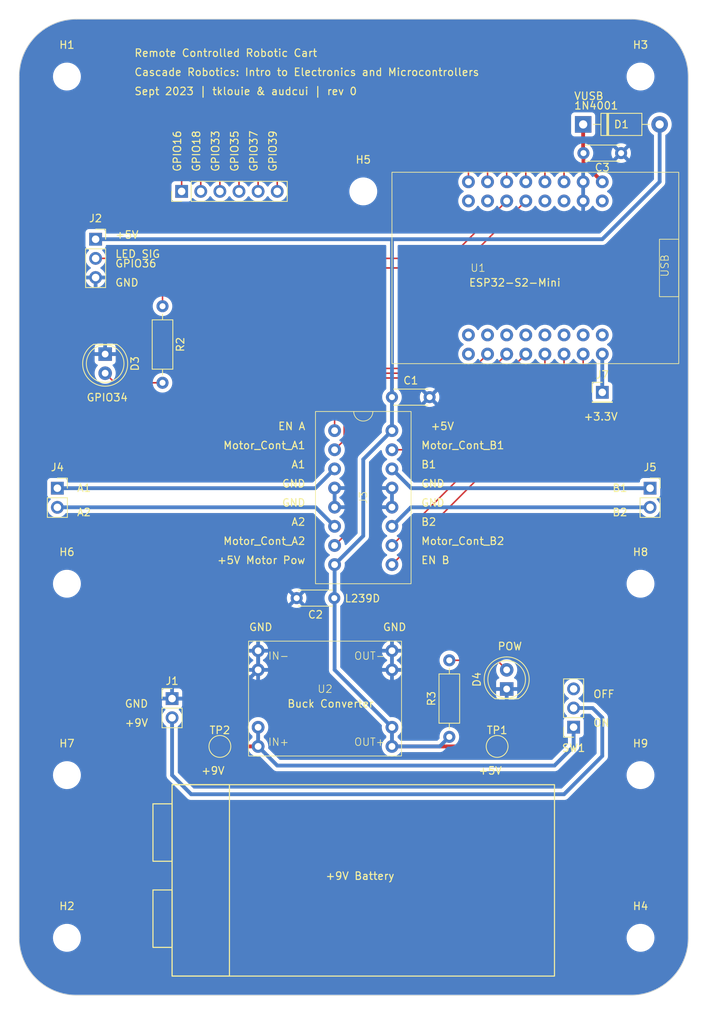
<source format=kicad_pcb>
(kicad_pcb (version 20221018) (generator pcbnew)
  (layers (0 "F.Cu" signal) (31 "B.Cu" signal) (34 "B.Paste" user) (35 "F.Paste" user) (36 "B.SilkS" user "B.Silkscreen") (37 "F.SilkS" user "F.Silkscreen") (38 "B.Mask" user) (39 "F.Mask" user) (44 "Edge.Cuts" user))
  (net 0 "")
  (net 1 "/VUSB")
  (net 2 "+5V")
  (net 3 "GND")
  (net 4 "Net-(D3-A)")
  (net 5 "Net-(D4-A)")
  (net 6 "Net-(J1-Pin_2)")
  (net 7 "/LED_CONT")
  (net 8 "/MOT_CONT_A1")
  (net 9 "/A1")
  (net 10 "/A2")
  (net 11 "/MOT_CONT_A2")
  (net 12 "/MOT_CONT_B2")
  (net 13 "/B2")
  (net 14 "/B1")
  (net 15 "/MOT_CONT_B1")
  (net 16 "/LED_IND")
  (net 17 "Net-(SW1-A)")
  (net 20 "Net-(J7-Pin_1)")
  (net 28 "/EN_B")
  (net 29 "/EN_A")
  (net 30 "Net-(J6-Pin_1)")
  (net 31 "Net-(J6-Pin_2)")
  (net 32 "Net-(J6-Pin_3)")
  (net 33 "Net-(J6-Pin_4)")
  (net 34 "Net-(J6-Pin_5)")
  (net 35 "Net-(J6-Pin_6)")
  (footprint "MountingHole:MountingHole_3.2mm_M3" (layer "F.Cu") (at 72.39 45.72)
    (fp_text reference "H1" (at 0 -4.2) (layer "F.SilkS"))
    (fp_text value "MountingHole")
    (pad "" np_thru_hole circle (at 0 0) (size 3.2 3.2) (drill 3.2) (layers "*.Cu" "*.Mask"))
  )
  (footprint "Capacitor_THT:C_Disc_D4.3mm_W1.9mm_P5.00mm" (layer "F.Cu") (at 141.01 55.88)
    (fp_text reference "C3" (at 2.5 1.905) (layer "F.SilkS"))
    (fp_text value "0.1uf")
    (fp_line (start 0.23 -1.07) (end 0.23 -1.055) (stroke (width 0.12)) (layer "F.SilkS"))
    (fp_line (start 0.23 -1.07) (end 4.77 -1.07) (stroke (width 0.12)) (layer "F.SilkS"))
    (fp_line (start 0.23 1.055) (end 0.23 1.07) (stroke (width 0.12)) (layer "F.SilkS"))
    (fp_line (start 0.23 1.07) (end 4.77 1.07) (stroke (width 0.12)) (layer "F.SilkS"))
    (fp_line (start 4.77 -1.07) (end 4.77 -1.055) (stroke (width 0.12)) (layer "F.SilkS"))
    (fp_line (start 4.77 1.055) (end 4.77 1.07) (stroke (width 0.12)) (layer "F.SilkS"))
    (pad "1" thru_hole circle (at 0 0) (size 1.6 1.6) (drill 0.8) (layers "*.Cu" "*.Mask") (net 1 "/VUSB"))
    (pad "2" thru_hole circle (at 5 0) (size 1.6 1.6) (drill 0.8) (layers "*.Cu" "*.Mask") (net 3 "GND"))
  )
  (footprint "Connector_PinHeader_2.54mm:PinHeader_1x01_P2.54mm_Vertical" (layer "F.Cu") (at 143.51 87.63)
    (fp_text reference "J7" (at 0 -2.33) (layer "F.SilkS"))
    (fp_text value "Conn_01x01_Pin")
    (fp_line (start -1.33 -1.33) (end 0 -1.33) (stroke (width 0.12)) (layer "F.SilkS"))
    (fp_line (start -1.33 0) (end -1.33 -1.33) (stroke (width 0.12)) (layer "F.SilkS"))
    (fp_line (start -1.33 1.27) (end -1.33 1.33) (stroke (width 0.12)) (layer "F.SilkS"))
    (fp_line (start -1.33 1.27) (end 1.33 1.27) (stroke (width 0.12)) (layer "F.SilkS"))
    (fp_line (start -1.33 1.33) (end 1.33 1.33) (stroke (width 0.12)) (layer "F.SilkS"))
    (fp_line (start 1.33 1.27) (end 1.33 1.33) (stroke (width 0.12)) (layer "F.SilkS"))
    (pad "1" thru_hole rect (at 0 0) (size 1.7 1.7) (drill 1) (layers "*.Cu" "*.Mask") (net 20 "Net-(J7-Pin_1)"))
  )
  (footprint "MountingHole:MountingHole_3.2mm_M3" (layer "F.Cu") (at 72.39 160.02)
    (fp_text reference "H2" (at 0 -4.2) (layer "F.SilkS"))
    (fp_text value "MountingHole")
    (pad "" np_thru_hole circle (at 0 0) (size 3.2 3.2) (drill 3.2) (layers "*.Cu" "*.Mask"))
  )
  (footprint "LED_THT:LED_D5.0mm" (layer "F.Cu") (at 77.47 82.55 -90)
    (fp_text reference "D3" (at 1.27 -3.96 90) (layer "F.SilkS"))
    (fp_text value "LED")
    (fp_line (start -1.29 -1.545) (end -1.29 1.545) (stroke (width 0.12)) (layer "F.SilkS"))
    (fp_arc (start -1.29 -1.54483) (mid 2.072002 -2.880433) (end 4.26 0.000462) (stroke (width 0.12)) (layer "F.SilkS"))
    (fp_arc (start 4.26 -0.000462) (mid 2.072002 2.880433) (end -1.29 1.54483) (stroke (width 0.12)) (layer "F.SilkS"))
    (fp_circle (center 1.27 0) (end 3.77 0) (stroke (width 0.12)) (fill none) (layer "F.SilkS"))
    (pad "1" thru_hole rect (at 0 0 270) (size 1.8 1.8) (drill 0.9) (layers "*.Cu" "*.Mask") (net 3 "GND"))
    (pad "2" thru_hole circle (at 2.54 0 270) (size 1.8 1.8) (drill 0.9) (layers "*.Cu" "*.Mask") (net 4 "Net-(D3-A)"))
  )
  (footprint "tklouie_custom:16-DIP Package" (layer "F.Cu") (at 107.95 110.49)
    (fp_text reference "J3" (at 3.81 -8.89 90 unlocked) (layer "F.SilkS") (effects (font (thickness 0.1))))
    (fp_text value "Conn_02x08_Counter_Clockwise")
    (fp_rect (start -2.54 -20.32) (end 10.16 2.54) (stroke (width 0.1)) (fill none) (layer "F.SilkS"))
    (fp_arc (start 5.08 -20.32) (mid 3.81 -19.05) (end 2.54 -20.32) (stroke (width 0.1)) (layer "F.SilkS"))
    (pad "1" thru_hole oval (at 0 -17.78) (size 1.7 1.7) (drill 0.9) (layers "*.Cu" "*.Mask") (net 29 "/EN_A"))
    (pad "2" thru_hole oval (at 0 -15.24) (size 1.7 1.7) (drill 0.9) (layers "*.Cu" "*.Mask") (net 8 "/MOT_CONT_A1"))
    (pad "3" thru_hole oval (at 0 -12.7) (size 1.7 1.7) (drill 0.9) (layers "*.Cu" "*.Mask") (net 9 "/A1"))
    (pad "4" thru_hole oval (at 0 -10.16) (size 1.7 1.7) (drill 0.9) (layers "*.Cu" "*.Mask") (net 3 "GND"))
    (pad "5" thru_hole oval (at 0 -7.62) (size 1.7 1.7) (drill 0.9) (layers "*.Cu" "*.Mask") (net 3 "GND"))
    (pad "6" thru_hole oval (at 0 -5.08) (size 1.7 1.7) (drill 0.9) (layers "*.Cu" "*.Mask") (net 10 "/A2"))
    (pad "7" thru_hole oval (at 0 -2.54) (size 1.7 1.7) (drill 0.9) (layers "*.Cu" "*.Mask") (net 11 "/MOT_CONT_A2"))
    (pad "8" thru_hole oval (at 0 0) (size 1.7 1.7) (drill 0.9) (layers "*.Cu" "*.Mask") (net 2 "+5V"))
    (pad "9" thru_hole oval (at 7.62 0) (size 1.7 1.7) (drill 0.9) (layers "*.Cu" "*.Mask") (net 28 "/EN_B"))
    (pad "10" thru_hole oval (at 7.62 -2.54) (size 1.7 1.7) (drill 0.9) (layers "*.Cu" "*.Mask") (net 12 "/MOT_CONT_B2"))
    (pad "11" thru_hole oval (at 7.62 -5.08) (size 1.7 1.7) (drill 0.9) (layers "*.Cu" "*.Mask") (net 13 "/B2"))
    (pad "12" thru_hole oval (at 7.62 -7.62) (size 1.7 1.7) (drill 0.9) (layers "*.Cu" "*.Mask") (net 3 "GND"))
    (pad "13" thru_hole oval (at 7.62 -10.16) (size 1.7 1.7) (drill 0.9) (layers "*.Cu" "*.Mask") (net 3 "GND"))
    (pad "14" thru_hole oval (at 7.62 -12.7) (size 1.7 1.7) (drill 0.9) (layers "*.Cu" "*.Mask") (net 14 "/B1"))
    (pad "15" thru_hole oval (at 7.62 -15.24) (size 1.7 1.7) (drill 0.9) (layers "*.Cu" "*.Mask") (net 15 "/MOT_CONT_B1"))
    (pad "16" thru_hole oval (at 7.62 -17.78) (size 1.7 1.7) (drill 0.9) (layers "*.Cu" "*.Mask") (net 2 "+5V"))
  )
  (footprint "MountingHole:MountingHole_3.2mm_M3" (layer "F.Cu") (at 148.59 113.03)
    (fp_text reference "H8" (at 0 -4.2) (layer "F.SilkS"))
    (fp_text value "MountingHole")
    (pad "" np_thru_hole circle (at 0 0) (size 3.2 3.2) (drill 3.2) (layers "*.Cu" "*.Mask"))
  )
  (footprint "tklouie_custom:esp32-s2-mini" (layer "F.Cu") (at 143.51 82.55 90)
    (fp_text reference "U1" (at 11.43 -16.51 unlocked) (layer "F.SilkS") (effects (font (thickness 0.1))))
    (fp_text value "~")
    (fp_text user "USB" (at 10.16 8.89 90 unlocked) (layer "F.SilkS") (effects (font (thickness 0.1)) (justify left bottom)))
    (fp_rect (start -1.27 -27.94) (end 24.13 10.16) (stroke (width 0.1)) (fill none) (layer "F.SilkS"))
    (fp_rect (start 7.62 7.5946) (end 15.24 10.16) (stroke (width 0.1)) (fill none) (layer "F.SilkS"))
    (pad "1" thru_hole oval (at 0 -17.78 90) (size 1.7 1.7) (drill 0.9) (layers "*.Cu" "*.Mask"))
    (pad "2" thru_hole oval (at 0 -15.24 90) (size 1.7 1.7) (drill 0.9) (layers "*.Cu" "*.Mask") (net 29 "/EN_A"))
    (pad "3" thru_hole oval (at 0 -12.7 90) (size 1.7 1.7) (drill 0.9) (layers "*.Cu" "*.Mask") (net 8 "/MOT_CONT_A1"))
    (pad "4" thru_hole oval (at 0 -10.16 90) (size 1.7 1.7) (drill 0.9) (layers "*.Cu" "*.Mask") (net 11 "/MOT_CONT_A2"))
    (pad "5" thru_hole oval (at 0 -7.62 90) (size 1.7 1.7) (drill 0.9) (layers "*.Cu" "*.Mask") (net 15 "/MOT_CONT_B1"))
    (pad "6" thru_hole oval (at 0 -5.08 90) (size 1.7 1.7) (drill 0.9) (layers "*.Cu" "*.Mask") (net 12 "/MOT_CONT_B2"))
    (pad "7" thru_hole oval (at 0 -2.54 90) (size 1.7 1.7) (drill 0.9) (layers "*.Cu" "*.Mask") (net 28 "/EN_B"))
    (pad "8" thru_hole oval (at 0 0 90) (size 1.7 1.7) (drill 0.9) (layers "*.Cu" "*.Mask") (net 20 "Net-(J7-Pin_1)"))
    (pad "9" thru_hole oval (at 2.54 -17.78 90) (size 1.7 1.7) (drill 0.9) (layers "*.Cu" "*.Mask"))
    (pad "10" thru_hole oval (at 2.54 -15.24 90) (size 1.7 1.7) (drill 0.9) (layers "*.Cu" "*.Mask"))
    (pad "11" thru_hole oval (at 2.54 -12.7 90) (size 1.7 1.7) (drill 0.9) (layers "*.Cu" "*.Mask"))
    (pad "12" thru_hole oval (at 2.54 -10.16 90) (size 1.7 1.7) (drill 0.9) (layers "*.Cu" "*.Mask"))
    (pad "13" thru_hole oval (at 2.54 -7.62 90) (size 1.7 1.7) (drill 0.9) (layers "*.Cu" "*.Mask"))
    (pad "14" thru_hole oval (at 2.54 -5.08 90) (size 1.7 1.7) (drill 0.9) (layers "*.Cu" "*.Mask"))
    (pad "15" thru_hole oval (at 2.54 -2.54 90) (size 1.7 1.7) (drill 0.9) (layers "*.Cu" "*.Mask"))
    (pad "16" thru_hole oval (at 2.54 0 90) (size 1.7 1.7) (drill 0.9) (layers "*.Cu" "*.Mask"))
    (pad "17" thru_hole oval (at 20.32 -17.78 90) (size 1.7 1.7) (drill 0.9) (layers "*.Cu" "*.Mask"))
    (pad "18" thru_hole oval (at 20.32 -15.24 90) (size 1.7 1.7) (drill 0.9) (layers "*.Cu" "*.Mask"))
    (pad "19" thru_hole oval (at 20.32 -12.7 90) (size 1.7 1.7) (drill 0.9) (layers "*.Cu" "*.Mask") (net 7 "/LED_CONT"))
    (pad "20" thru_hole oval (at 20.32 -10.16 90) (size 1.7 1.7) (drill 0.9) (layers "*.Cu" "*.Mask") (net 16 "/LED_IND"))
    (pad "21" thru_hole oval (at 20.32 -7.62 90) (size 1.7 1.7) (drill 0.9) (layers "*.Cu" "*.Mask"))
    (pad "22" thru_hole oval (at 20.32 -5.08 90) (size 1.7 1.7) (drill 0.9) (layers "*.Cu" "*.Mask"))
    (pad "23" thru_hole oval (at 20.32 -2.54 90) (size 1.7 1.7) (drill 0.9) (layers "*.Cu" "*.Mask") (net 3 "GND"))
    (pad "24" thru_hole oval (at 20.32 0 90) (size 1.7 1.7) (drill 0.9) (layers "*.Cu" "*.Mask"))
    (pad "25" thru_hole oval (at 22.86 -17.78 90) (size 1.7 1.7) (drill 0.9) (layers "*.Cu" "*.Mask") (net 35 "Net-(J6-Pin_6)"))
    (pad "26" thru_hole oval (at 22.86 -15.24 90) (size 1.7 1.7) (drill 0.9) (layers "*.Cu" "*.Mask") (net 34 "Net-(J6-Pin_5)"))
    (pad "27" thru_hole oval (at 22.86 -12.7 90) (size 1.7 1.7) (drill 0.9) (layers "*.Cu" "*.Mask") (net 33 "Net-(J6-Pin_4)"))
    (pad "28" thru_hole oval (at 22.86 -10.16 90) (size 1.7 1.7) (drill 0.9) (layers "*.Cu" "*.Mask") (net 32 "Net-(J6-Pin_3)"))
    (pad "29" thru_hole oval (at 22.86 -7.62 90) (size 1.7 1.7) (drill 0.9) (layers "*.Cu" "*.Mask") (net 31 "Net-(J6-Pin_2)"))
    (pad "30" thru_hole oval (at 22.86 -5.08 90) (size 1.7 1.7) (drill 0.9) (layers "*.Cu" "*.Mask") (net 30 "Net-(J6-Pin_1)"))
    (pad "31" thru_hole oval (at 22.86 -2.54 90) (size 1.7 1.7) (drill 0.9) (layers "*.Cu" "*.Mask") (net 3 "GND"))
    (pad "32" thru_hole oval (at 22.86 0 90) (size 1.7 1.7) (drill 0.9) (layers "*.Cu" "*.Mask") (net 1 "/VUSB"))
  )
  (footprint "Connector_PinSocket_2.54mm:PinSocket_1x02_P2.54mm_Vertical" (layer "F.Cu") (at 149.86 100.35)
    (fp_text reference "J5" (at 0 -2.77) (layer "F.SilkS"))
    (fp_text value "Conn_01x02_Pin")
    (fp_line (start -1.33 1.27) (end -1.33 3.87) (stroke (width 0.12)) (layer "F.SilkS"))
    (fp_line (start -1.33 1.27) (end 1.33 1.27) (stroke (width 0.12)) (layer "F.SilkS"))
    (fp_line (start -1.33 3.87) (end 1.33 3.87) (stroke (width 0.12)) (layer "F.SilkS"))
    (fp_line (start 0 -1.33) (end 1.33 -1.33) (stroke (width 0.12)) (layer "F.SilkS"))
    (fp_line (start 1.33 -1.33) (end 1.33 0) (stroke (width 0.12)) (layer "F.SilkS"))
    (fp_line (start 1.33 1.27) (end 1.33 3.87) (stroke (width 0.12)) (layer "F.SilkS"))
    (pad "1" thru_hole rect (at 0 0) (size 1.7 1.7) (drill 1) (layers "*.Cu" "*.Mask") (net 14 "/B1"))
    (pad "2" thru_hole oval (at 0 2.54) (size 1.7 1.7) (drill 1) (layers "*.Cu" "*.Mask") (net 13 "/B2"))
  )
  (footprint "MountingHole:MountingHole_3.2mm_M3" (layer "F.Cu") (at 148.59 45.72)
    (fp_text reference "H3" (at 0 -4.2) (layer "F.SilkS"))
    (fp_text value "MountingHole")
    (pad "" np_thru_hole circle (at 0 0) (size 3.2 3.2) (drill 3.2) (layers "*.Cu" "*.Mask"))
  )
  (footprint "Connector_PinSocket_2.54mm:PinSocket_1x03_P2.54mm_Vertical" (layer "F.Cu") (at 139.7 132.065 180)
    (fp_text reference "SW1" (at 0 -2.77 180) (layer "F.SilkS"))
    (fp_text value "SW_SPDT")
    (fp_line (start -1.33 1.27) (end -1.33 6.41) (stroke (width 0.12)) (layer "F.SilkS"))
    (fp_line (start -1.33 1.27) (end 1.33 1.27) (stroke (width 0.12)) (layer "F.SilkS"))
    (fp_line (start -1.33 6.41) (end 1.33 6.41) (stroke (width 0.12)) (layer "F.SilkS"))
    (fp_line (start 0 -1.33) (end 1.33 -1.33) (stroke (width 0.12)) (layer "F.SilkS"))
    (fp_line (start 1.33 -1.33) (end 1.33 0) (stroke (width 0.12)) (layer "F.SilkS"))
    (fp_line (start 1.33 1.27) (end 1.33 6.41) (stroke (width 0.12)) (layer "F.SilkS"))
    (pad "1" thru_hole rect (at 0 0 180) (size 1.7 1.7) (drill 1) (layers "*.Cu" "*.Mask") (net 17 "Net-(SW1-A)"))
    (pad "2" thru_hole oval (at 0 2.54 180) (size 1.7 1.7) (drill 1) (layers "*.Cu" "*.Mask") (net 6 "Net-(J1-Pin_2)"))
    (pad "3" thru_hole oval (at 0 5.08 180) (size 1.7 1.7) (drill 1) (layers "*.Cu" "*.Mask"))
  )
  (footprint "TestPoint:TestPoint_Pad_D2.5mm" (layer "F.Cu") (at 92.71 134.62)
    (fp_text reference "TP2" (at 0 -2.148) (layer "F.SilkS"))
    (fp_text value "TestPoint")
    (fp_circle (center 0 0) (end 0 1.45) (stroke (width 0.12)) (fill none) (layer "F.SilkS"))
    (pad "1" smd circle (at 0 0) (size 2.5 2.5) (layers "F.Cu" "F.Mask") (net 17 "Net-(SW1-A)"))
  )
  (footprint "TestPoint:TestPoint_Pad_D2.5mm" (layer "F.Cu") (at 129.54 134.62)
    (fp_text reference "TP1" (at 0 -2.148) (layer "F.SilkS"))
    (fp_text value "TestPoint")
    (fp_circle (center 0 0) (end 0 1.45) (stroke (width 0.12)) (fill none) (layer "F.SilkS"))
    (pad "1" smd circle (at 0 0) (size 2.5 2.5) (layers "F.Cu" "F.Mask") (net 2 "+5V"))
  )
  (footprint "Resistor_THT:R_Axial_DIN0207_L6.3mm_D2.5mm_P10.16mm_Horizontal" (layer "F.Cu") (at 85.09 76.2 -90)
    (fp_text reference "R2" (at 5.08 -2.37 90) (layer "F.SilkS"))
    (fp_text value "R_US")
    (fp_line (start 1.04 0) (end 1.81 0) (stroke (width 0.12)) (layer "F.SilkS"))
    (fp_line (start 1.81 -1.37) (end 1.81 1.37) (stroke (width 0.12)) (layer "F.SilkS"))
    (fp_line (start 1.81 1.37) (end 8.35 1.37) (stroke (width 0.12)) (layer "F.SilkS"))
    (fp_line (start 8.35 -1.37) (end 1.81 -1.37) (stroke (width 0.12)) (layer "F.SilkS"))
    (fp_line (start 8.35 1.37) (end 8.35 -1.37) (stroke (width 0.12)) (layer "F.SilkS"))
    (fp_line (start 9.12 0) (end 8.35 0) (stroke (width 0.12)) (layer "F.SilkS"))
    (pad "1" thru_hole circle (at 0 0 270) (size 1.6 1.6) (drill 0.8) (layers "*.Cu" "*.Mask") (net 16 "/LED_IND"))
    (pad "2" thru_hole oval (at 10.16 0 270) (size 1.6 1.6) (drill 0.8) (layers "*.Cu" "*.Mask") (net 4 "Net-(D3-A)"))
  )
  (footprint "MountingHole:MountingHole_3.2mm_M3" (layer "F.Cu") (at 72.39 113.03)
    (fp_text reference "H6" (at 0 -4.2) (layer "F.SilkS"))
    (fp_text value "MountingHole")
    (pad "" np_thru_hole circle (at 0 0) (size 3.2 3.2) (drill 3.2) (layers "*.Cu" "*.Mask"))
  )
  (footprint "Connector_PinHeader_2.54mm:PinHeader_1x06_P2.54mm_Vertical" (layer "F.Cu") (at 87.63 60.96 90)
    (fp_text reference "J6" hide)
    (fp_text value "Conn_01x06_Pin")
    (fp_line (start -1.33 -1.33) (end 0 -1.33) (stroke (width 0.12)) (layer "F.SilkS"))
    (fp_line (start -1.33 0) (end -1.33 -1.33) (stroke (width 0.12)) (layer "F.SilkS"))
    (fp_line (start -1.33 1.27) (end -1.33 14.03) (stroke (width 0.12)) (layer "F.SilkS"))
    (fp_line (start -1.33 1.27) (end 1.33 1.27) (stroke (width 0.12)) (layer "F.SilkS"))
    (fp_line (start -1.33 14.03) (end 1.33 14.03) (stroke (width 0.12)) (layer "F.SilkS"))
    (fp_line (start 1.33 1.27) (end 1.33 14.03) (stroke (width 0.12)) (layer "F.SilkS"))
    (pad "1" thru_hole rect (at 0 0 90) (size 1.7 1.7) (drill 1) (layers "*.Cu" "*.Mask") (net 30 "Net-(J6-Pin_1)"))
    (pad "2" thru_hole oval (at 0 2.54 90) (size 1.7 1.7) (drill 1) (layers "*.Cu" "*.Mask") (net 31 "Net-(J6-Pin_2)"))
    (pad "3" thru_hole oval (at 0 5.08 90) (size 1.7 1.7) (drill 1) (layers "*.Cu" "*.Mask") (net 32 "Net-(J6-Pin_3)"))
    (pad "4" thru_hole oval (at 0 7.62 90) (size 1.7 1.7) (drill 1) (layers "*.Cu" "*.Mask") (net 33 "Net-(J6-Pin_4)"))
    (pad "5" thru_hole oval (at 0 10.16 90) (size 1.7 1.7) (drill 1) (layers "*.Cu" "*.Mask") (net 34 "Net-(J6-Pin_5)"))
    (pad "6" thru_hole oval (at 0 12.7 90) (size 1.7 1.7) (drill 1) (layers "*.Cu" "*.Mask") (net 35 "Net-(J6-Pin_6)"))
  )
  (footprint "Diode_THT:D_DO-41_SOD81_P10.16mm_Horizontal" (layer "F.Cu") (at 140.97 52.07)
    (fp_text reference "D1" (at 5.08 0) (layer "F.SilkS"))
    (fp_text value "1N4001")
    (fp_line (start 1.34 0) (end 2.36 0) (stroke (width 0.12)) (layer "F.SilkS"))
    (fp_line (start 2.36 -1.47) (end 2.36 1.47) (stroke (width 0.12)) (layer "F.SilkS"))
    (fp_line (start 2.36 1.47) (end 7.8 1.47) (stroke (width 0.12)) (layer "F.SilkS"))
    (fp_line (start 3.14 -1.47) (end 3.14 1.47) (stroke (width 0.12)) (layer "F.SilkS"))
    (fp_line (start 3.26 -1.47) (end 3.26 1.47) (stroke (width 0.12)) (layer "F.SilkS"))
    (fp_line (start 3.38 -1.47) (end 3.38 1.47) (stroke (width 0.12)) (layer "F.SilkS"))
    (fp_line (start 7.8 -1.47) (end 2.36 -1.47) (stroke (width 0.12)) (layer "F.SilkS"))
    (fp_line (start 7.8 1.47) (end 7.8 -1.47) (stroke (width 0.12)) (layer "F.SilkS"))
    (fp_line (start 8.82 0) (end 7.8 0) (stroke (width 0.12)) (layer "F.SilkS"))
    (pad "1" thru_hole rect (at 0 0) (size 2.2 2.2) (drill 1.1) (layers "*.Cu" "*.Mask") (net 1 "/VUSB"))
    (pad "2" thru_hole oval (at 10.16 0) (size 2.2 2.2) (drill 1.1) (layers "*.Cu" "*.Mask") (net 2 "+5V"))
  )
  (footprint "Resistor_THT:R_Axial_DIN0207_L6.3mm_D2.5mm_P10.16mm_Horizontal" (layer "F.Cu") (at 123.19 133.35 90)
    (fp_text reference "R3" (at 5.08 -2.37 90) (layer "F.SilkS"))
    (fp_text value "R_US")
    (fp_line (start 1.04 0) (end 1.81 0) (stroke (width 0.12)) (layer "F.SilkS"))
    (fp_line (start 1.81 -1.37) (end 1.81 1.37) (stroke (width 0.12)) (layer "F.SilkS"))
    (fp_line (start 1.81 1.37) (end 8.35 1.37) (stroke (width 0.12)) (layer "F.SilkS"))
    (fp_line (start 8.35 -1.37) (end 1.81 -1.37) (stroke (width 0.12)) (layer "F.SilkS"))
    (fp_line (start 8.35 1.37) (end 8.35 -1.37) (stroke (width 0.12)) (layer "F.SilkS"))
    (fp_line (start 9.12 0) (end 8.35 0) (stroke (width 0.12)) (layer "F.SilkS"))
    (pad "1" thru_hole circle (at 0 0 90) (size 1.6 1.6) (drill 0.8) (layers "*.Cu" "*.Mask") (net 2 "+5V"))
    (pad "2" thru_hole oval (at 10.16 0 90) (size 1.6 1.6) (drill 0.8) (layers "*.Cu" "*.Mask") (net 5 "Net-(D4-A)"))
  )
  (footprint "MountingHole:MountingHole_3.2mm_M3" (layer "F.Cu") (at 72.39 138.43)
    (fp_text reference "H7" (at 0 -4.2) (layer "F.SilkS"))
    (fp_text value "MountingHole")
    (pad "" np_thru_hole circle (at 0 0) (size 3.2 3.2) (drill 3.2) (layers "*.Cu" "*.Mask"))
  )
  (footprint "MountingHole:MountingHole_3.2mm_M3" (layer "F.Cu") (at 111.76 60.96)
    (fp_text reference "H5" (at 0 -4.2) (layer "F.SilkS"))
    (fp_text value "MountingHole")
    (pad "" np_thru_hole circle (at 0 0) (size 3.2 3.2) (drill 3.2) (layers "*.Cu" "*.Mask"))
  )
  (footprint "tklouie_custom:buck-breakout" (layer "F.Cu") (at 97.79 134.62)
    (fp_text reference "U2" (at 8.89 -7.62 unlocked) (layer "F.SilkS") (effects (font (thickness 0.1))))
    (fp_text value "~")
    (fp_text user "OUT-" (at 12.7 -11.43 unlocked) (layer "F.SilkS") (effects (font (thickness 0.1)) (justify left bottom)))
    (fp_text user "IN+" (at 1.27 0 unlocked) (layer "F.SilkS") (effects (font (thickness 0.1)) (justify left bottom)))
    (fp_text user "OUT+" (at 12.7 0 unlocked) (layer "F.SilkS") (effects (font (thickness 0.1)) (justify left bottom)))
    (fp_text user "IN-" (at 1.27 -11.43 unlocked) (layer "F.SilkS") (effects (font (thickness 0.1)) (justify left bottom)))
    (fp_rect (start -1.27 -13.97) (end 19.05 1.27) (stroke (width 0.1)) (fill none) (layer "F.SilkS"))
    (pad "1" thru_hole oval (at 0 -12.7) (size 1.7 1.7) (drill 0.9) (layers "*.Cu" "*.Mask") (net 3 "GND"))
    (pad "2" thru_hole oval (at 0 -10.16) (size 1.7 1.7) (drill 0.9) (layers "*.Cu" "*.Mask") (net 3 "GND"))
    (pad "3" thru_hole oval (at 0 -2.54) (size 1.7 1.7) (drill 0.9) (layers "*.Cu" "*.Mask") (net 17 "Net-(SW1-A)"))
    (pad "4" thru_hole oval (at 0 0) (size 1.7 1.7) (drill 0.9) (layers "*.Cu" "*.Mask") (net 17 "Net-(SW1-A)"))
    (pad "5" thru_hole oval (at 17.78 0) (size 1.7 1.7) (drill 0.9) (layers "*.Cu" "*.Mask") (net 2 "+5V"))
    (pad "6" thru_hole oval (at 17.78 -2.54) (size 1.7 1.7) (drill 0.9) (layers "*.Cu" "*.Mask") (net 2 "+5V"))
    (pad "7" thru_hole oval (at 17.78 -10.16) (size 1.7 1.7) (drill 0.9) (layers "*.Cu" "*.Mask") (net 3 "GND"))
    (pad "8" thru_hole oval (at 17.78 -12.7) (size 1.7 1.7) (drill 0.9) (layers "*.Cu" "*.Mask") (net 3 "GND"))
  )
  (footprint "MountingHole:MountingHole_3.2mm_M3" (layer "F.Cu") (at 148.59 160.02)
    (fp_text reference "H4" (at 0 -4.2) (layer "F.SilkS"))
    (fp_text value "MountingHole")
    (pad "" np_thru_hole circle (at 0 0) (size 3.2 3.2) (drill 3.2) (layers "*.Cu" "*.Mask"))
  )
  (footprint "Connector_PinHeader_2.54mm:PinHeader_1x02_P2.54mm_Vertical" (layer "F.Cu") (at 86.36 128.27)
    (fp_text reference "J1" (at 0 -2.33) (layer "F.SilkS"))
    (fp_text value "Screw_Terminal_01x02")
    (fp_line (start -1.33 -1.33) (end 0 -1.33) (stroke (width 0.12)) (layer "F.SilkS"))
    (fp_line (start -1.33 0) (end -1.33 -1.33) (stroke (width 0.12)) (layer "F.SilkS"))
    (fp_line (start -1.33 1.27) (end -1.33 3.87) (stroke (width 0.12)) (layer "F.SilkS"))
    (fp_line (start -1.33 1.27) (end 1.33 1.27) (stroke (width 0.12)) (layer "F.SilkS"))
    (fp_line (start -1.33 3.87) (end 1.33 3.87) (stroke (width 0.12)) (layer "F.SilkS"))
    (fp_line (start 1.33 1.27) (end 1.33 3.87) (stroke (width 0.12)) (layer "F.SilkS"))
    (pad "1" thru_hole rect (at 0 0) (size 1.7 1.7) (drill 1) (layers "*.Cu" "*.Mask") (net 3 "GND"))
    (pad "2" thru_hole oval (at 0 2.54) (size 1.7 1.7) (drill 1) (layers "*.Cu" "*.Mask") (net 6 "Net-(J1-Pin_2)"))
  )
  (footprint "MountingHole:MountingHole_3.2mm_M3" (layer "F.Cu") (at 148.59 138.43)
    (fp_text reference "H9" (at 0 -4.2) (layer "F.SilkS"))
    (fp_text value "MountingHole")
    (pad "" np_thru_hole circle (at 0 0) (size 3.2 3.2) (drill 3.2) (layers "*.Cu" "*.Mask"))
  )
  (footprint "LED_THT:LED_D5.0mm" (layer "F.Cu") (at 130.81 127 90)
    (fp_text reference "D4" (at 1.27 -3.96 90) (layer "F.SilkS"))
    (fp_text value "LED")
    (fp_line (start -1.29 -1.545) (end -1.29 1.545) (stroke (width 0.12)) (layer "F.SilkS"))
    (fp_arc (start -1.29 -1.54483) (mid 2.072002 -2.880433) (end 4.26 0.000462) (stroke (width 0.12)) (layer "F.SilkS"))
    (fp_arc (start 4.26 -0.000462) (mid 2.072002 2.880433) (end -1.29 1.54483) (stroke (width 0.12)) (layer "F.SilkS"))
    (fp_circle (center 1.27 0) (end 3.77 0) (stroke (width 0.12)) (fill none) (layer "F.SilkS"))
    (pad "1" thru_hole rect (at 0 0 90) (size 1.8 1.8) (drill 0.9) (layers "*.Cu" "*.Mask") (net 3 "GND"))
    (pad "2" thru_hole circle (at 2.54 0 90) (size 1.8 1.8) (drill 0.9) (layers "*.Cu" "*.Mask") (net 5 "Net-(D4-A)"))
  )
  (footprint "Capacitor_THT:C_Disc_D4.3mm_W1.9mm_P5.00mm" (layer "F.Cu") (at 115.57 88.265)
    (fp_text reference "C1" (at 2.5 -2.2) (layer "F.SilkS"))
    (fp_text value "0.1uf")
    (fp_line (start 0.23 -1.07) (end 0.23 -1.055) (stroke (width 0.12)) (layer "F.SilkS"))
    (fp_line (start 0.23 -1.07) (end 4.77 -1.07) (stroke (width 0.12)) (layer "F.SilkS"))
    (fp_line (start 0.23 1.055) (end 0.23 1.07) (stroke (width 0.12)) (layer "F.SilkS"))
    (fp_line (start 0.23 1.07) (end 4.77 1.07) (stroke (width 0.12)) (layer "F.SilkS"))
    (fp_line (start 4.77 -1.07) (end 4.77 -1.055) (stroke (width 0.12)) (layer "F.SilkS"))
    (fp_line (start 4.77 1.055) (end 4.77 1.07) (stroke (width 0.12)) (layer "F.SilkS"))
    (pad "1" thru_hole circle (at 0 0) (size 1.6 1.6) (drill 0.8) (layers "*.Cu" "*.Mask") (net 2 "+5V"))
    (pad "2" thru_hole circle (at 5 0) (size 1.6 1.6) (drill 0.8) (layers "*.Cu" "*.Mask") (net 3 "GND"))
  )
  (footprint "Connector_PinSocket_2.54mm:PinSocket_1x02_P2.54mm_Vertical" (layer "F.Cu") (at 71.12 100.35)
    (fp_text reference "J4" (at 0 -2.77) (layer "F.SilkS"))
    (fp_text value "Conn_01x02_Pin")
    (fp_line (start -1.33 1.27) (end -1.33 3.87) (stroke (width 0.12)) (layer "F.SilkS"))
    (fp_line (start -1.33 1.27) (end 1.33 1.27) (stroke (width 0.12)) (layer "F.SilkS"))
    (fp_line (start -1.33 3.87) (end 1.33 3.87) (stroke (width 0.12)) (layer "F.SilkS"))
    (fp_line (start 0 -1.33) (end 1.33 -1.33) (stroke (width 0.12)) (layer "F.SilkS"))
    (fp_line (start 1.33 -1.33) (end 1.33 0) (stroke (width 0.12)) (layer "F.SilkS"))
    (fp_line (start 1.33 1.27) (end 1.33 3.87) (stroke (width 0.12)) (layer "F.SilkS"))
    (pad "1" thru_hole rect (at 0 0) (size 1.7 1.7) (drill 1) (layers "*.Cu" "*.Mask") (net 9 "/A1"))
    (pad "2" thru_hole oval (at 0 2.54) (size 1.7 1.7) (drill 1) (layers "*.Cu" "*.Mask") (net 10 "/A2"))
  )
  (footprint "Connector_PinSocket_2.54mm:PinSocket_1x03_P2.54mm_Vertical" (layer "F.Cu") (at 76.2 67.31)
    (fp_text reference "J2" (at 0 -2.77) (layer "F.SilkS"))
    (fp_text value "Conn_01x03_Pin")
    (fp_line (start -1.33 1.27) (end -1.33 6.41) (stroke (width 0.12)) (layer "F.SilkS"))
    (fp_line (start -1.33 1.27) (end 1.33 1.27) (stroke (width 0.12)) (layer "F.SilkS"))
    (fp_line (start -1.33 6.41) (end 1.33 6.41) (stroke (width 0.12)) (layer "F.SilkS"))
    (fp_line (start 0 -1.33) (end 1.33 -1.33) (stroke (width 0.12)) (layer "F.SilkS"))
    (fp_line (start 1.33 -1.33) (end 1.33 0) (stroke (width 0.12)) (layer "F.SilkS"))
    (fp_line (start 1.33 1.27) (end 1.33 6.41) (stroke (width 0.12)) (layer "F.SilkS"))
    (pad "1" thru_hole rect (at 0 0) (size 1.7 1.7) (drill 1) (layers "*.Cu" "*.Mask") (net 2 "+5V"))
    (pad "2" thru_hole oval (at 0 2.54) (size 1.7 1.7) (drill 1) (layers "*.Cu" "*.Mask") (net 7 "/LED_CONT"))
    (pad "3" thru_hole oval (at 0 5.08) (size 1.7 1.7) (drill 1) (layers "*.Cu" "*.Mask") (net 3 "GND"))
  )
  (footprint "Capacitor_THT:C_Disc_D4.3mm_W1.9mm_P5.00mm" (layer "F.Cu") (at 107.91 114.935 180)
    (fp_text reference "C2" (at 2.5 -2.2) (layer "F.SilkS"))
    (fp_text value "0.1uf")
    (fp_line (start 0.23 -1.07) (end 0.23 -1.055) (stroke (width 0.12)) (layer "F.SilkS"))
    (fp_line (start 0.23 -1.07) (end 4.77 -1.07) (stroke (width 0.12)) (layer "F.SilkS"))
    (fp_line (start 0.23 1.055) (end 0.23 1.07) (stroke (width 0.12)) (layer "F.SilkS"))
    (fp_line (start 0.23 1.07) (end 4.77 1.07) (stroke (width 0.12)) (layer "F.SilkS"))
    (fp_line (start 4.77 -1.07) (end 4.77 -1.055) (stroke (width 0.12)) (layer "F.SilkS"))
    (fp_line (start 4.77 1.055) (end 4.77 1.07) (stroke (width 0.12)) (layer "F.SilkS"))
    (pad "1" thru_hole circle (at 0 0 180) (size 1.6 1.6) (drill 0.8) (layers "*.Cu" "*.Mask") (net 2 "+5V"))
    (pad "2" thru_hole circle (at 5 0 180) (size 1.6 1.6) (drill 0.8) (layers "*.Cu" "*.Mask") (net 3 "GND"))
  )
  (gr_rect (start 83.82 142.24) (end 86.36 149.86) (stroke (width 0.15)) (fill none) (layer "F.SilkS"))
  (gr_rect (start 86.36 139.7) (end 137.16 165.1) (stroke (width 0.15)) (fill none) (layer "F.SilkS"))
  (gr_rect (start 86.36 139.7) (end 93.98 165.1) (stroke (width 0.15)) (fill none) (layer "F.SilkS"))
  (gr_rect (start 83.82 153.67) (end 86.36 161.29) (stroke (width 0.15)) (fill none) (layer "F.SilkS"))
  (gr_arc locked (start 73.66 167.64) (mid 68.271846 165.408154) (end 66.04 160.02) (stroke (width 0.1)) (layer "Edge.Cuts"))
  (gr_arc locked (start 147.32 38.1) (mid 152.708154 40.331846) (end 154.94 45.72) (stroke (width 0.1)) (layer "Edge.Cuts"))
  (gr_line locked (start 73.66 38.1) (end 147.32 38.1) (stroke (width 0.1)) (layer "Edge.Cuts"))
  (gr_line locked (start 147.32 167.64) (end 73.66 167.64) (stroke (width 0.1)) (layer "Edge.Cuts"))
  (gr_line locked (start 154.94 45.72) (end 154.94 160.02) (stroke (width 0.1)) (layer "Edge.Cuts"))
  (gr_arc locked (start 66.04 45.72) (mid 68.271846 40.331846) (end 73.66 38.1) (stroke (width 0.1)) (layer "Edge.Cuts"))
  (gr_arc locked (start 154.94 160.02) (mid 152.708154 165.408154) (end 147.32 167.64) (stroke (width 0.1)) (layer "Edge.Cuts"))
  (gr_line locked (start 66.04 160.02) (end 66.04 45.72) (stroke (width 0.1)) (layer "Edge.Cuts"))
  (gr_text "GPIO33" (at 92.71 58.42 90) (layer "F.SilkS") (effects (font (size 1 1)) (justify left bottom)))
  (gr_text "ESP32-S2-Mini" (at 125.73 73.66) (layer "F.SilkS") (effects (font (size 1 1)) (justify left bottom)))
  (gr_text "Sept 2023 | tklouie & audcui | rev 0" (at 81.28 48.26) (layer "F.SilkS") (effects (font (size 1 1)) (justify left bottom)))
  (gr_text "POW\n" (at 129.54 121.92) (layer "F.SilkS") (effects (font (size 1 1)) (justify left bottom)))
  (gr_text "+9V Battery" (at 106.68 152.4) (layer "F.SilkS") (effects (font (size 1 1)) (justify left bottom)))
  (gr_text "1N4001\n" (at 139.7 50.165) (layer "F.SilkS") (effects (font (size 1 1)) (justify left bottom)))
  (gr_text "A1\n\nA2" (at 73.66 104.14) (layer "F.SilkS") (effects (font (size 1 1)) (justify left bottom)))
  (gr_text "GPIO34" (at 74.93 88.9) (layer "F.SilkS") (effects (font (size 1 1)) (justify left bottom)))
  (gr_text "GND" (at 114.3 119.38) (layer "F.SilkS") (effects (font (size 1 1)) (justify left bottom)))
  (gr_text "GPIO36" (at 78.74 71.12) (layer "F.SilkS") (effects (font (size 1 1)) (justify left bottom)))
  (gr_text "Motor_Cont_A1\n" (at 104.14 95.25) (layer "F.SilkS") (effects (font (size 1 1)) (justify right bottom)))
  (gr_text "B1\n" (at 119.38 97.79) (layer "F.SilkS") (effects (font (size 1 1)) (justify left bottom)))
  (gr_text "EN B\n" (at 119.38 110.49) (layer "F.SilkS") (effects (font (size 1 1)) (justify left bottom)))
  (gr_text "GPIO35" (at 95.25 58.42 90) (layer "F.SilkS") (effects (font (size 1 1)) (justify left bottom)))
  (gr_text "Buck Converter" (at 101.6 129.54) (layer "F.SilkS") (effects (font (size 1 1)) (justify left bottom)))
  (gr_text "GND\n" (at 96.52 119.38) (layer "F.SilkS") (effects (font (size 1 1)) (justify left bottom)))
  (gr_text "GND\n" (at 119.38 100.33) (layer "F.SilkS") (effects (font (size 1 1)) (justify left bottom)))
  (gr_text "GPIO37" (at 97.79 58.42 90) (layer "F.SilkS") (effects (font (size 1 1)) (justify left bottom)))
  (gr_text "GND" (at 119.38 102.87) (layer "F.SilkS") (effects (font (size 1 1)) (justify left bottom)))
  (gr_text "GPIO16\n" (at 87.63 58.42 90) (layer "F.SilkS") (effects (font (size 1 1)) (justify left bottom)))
  (gr_text "+5V\n" (at 127 138.43) (layer "F.SilkS") (effects (font (size 1 1)) (justify left bottom)))
  (gr_text "GPIO18" (at 90.17 58.42 90) (layer "F.SilkS") (effects (font (size 1 1)) (justify left bottom)))
  (gr_text "A1\n" (at 104.14 97.79) (layer "F.SilkS") (effects (font (size 1 1)) (justify right bottom)))
  (gr_text "+5V" (at 78.74 67.31) (layer "F.SilkS") (effects (font (size 1 1)) (justify left bottom)))
  (gr_text "GND" (at 104.14 102.87) (layer "F.SilkS") (effects (font (size 1 1)) (justify right bottom)))
  (gr_text "LED SIG" (at 78.74 69.85) (layer "F.SilkS") (effects (font (size 1 1)) (justify left bottom)))
  (gr_text "ON\n" (at 142.24 132.08) (layer "F.SilkS") (effects (font (size 1 1)) (justify left bottom)))
  (gr_text "Remote Controlled Robotic Cart" (at 81.28 43.18) (layer "F.SilkS") (effects (font (size 1 1)) (justify left bottom)))
  (gr_text "GND" (at 80.01 129.54) (layer "F.SilkS") (effects (font (size 1 1)) (justify left bottom)))
  (gr_text "A2" (at 104.14 105.41) (layer "F.SilkS") (effects (font (size 1 1)) (justify right bottom)))
  (gr_text "Motor_Cont_B1\n" (at 119.38 95.25) (layer "F.SilkS") (effects (font (size 1 1)) (justify left bottom)))
  (gr_text "GND\n" (at 104.14 100.33) (layer "F.SilkS") (effects (font (size 1 1)) (justify right bottom)))
  (gr_text "Motor_Cont_B2" (at 119.38 107.95) (layer "F.SilkS") (effects (font (size 1 1)) (justify left bottom)))
  (gr_text "+5V" (at 120.65 92.71) (layer "F.SilkS") (effects (font (size 1 1)) (justify left bottom)))
  (gr_text "+9V\n" (at 90.17 138.43) (layer "F.SilkS") (effects (font (size 1 1)) (justify left bottom)))
  (gr_text "OFF\n" (at 142.24 128.27) (layer "F.SilkS") (effects (font (size 1 1)) (justify left bottom)))
  (gr_text "+3.3V\n" (at 140.97 91.44) (layer "F.SilkS") (effects (font (size 1 1)) (justify left bottom)))
  (gr_text "B2" (at 119.38 105.41) (layer "F.SilkS") (effects (font (size 1 1)) (justify left bottom)))
  (gr_text "VUSB\n" (at 139.7 48.895) (layer "F.SilkS") (effects (font (size 1 1)) (justify left bottom)))
  (gr_text "+5V Motor Pow\n" (at 104.14 110.49) (layer "F.SilkS") (effects (font (size 1 1)) (justify right bottom)))
  (gr_text "GPIO39" (at 100.33 58.42 90) (layer "F.SilkS") (effects (font (size 1 1)) (justify left bottom)))
  (gr_text "B1\n\nB2" (at 144.78 104.14) (layer "F.SilkS") (effects (font (size 1 1)) (justify left bottom)))
  (gr_text "Cascade Robotics: Intro to Electronics and Microcontrollers" (at 81.28 45.72) (layer "F.SilkS") (effects (font (size 1 1)) (justify left bottom)))
  (gr_text "+9V\n" (at 80.01 132.08) (layer "F.SilkS") (effects (font (size 1 1)) (justify left bottom)))
  (gr_text "GND" (at 78.74 73.66) (layer "F.SilkS") (effects (font (size 1 1)) (justify left bottom)))
  (gr_text "L239D" (at 109.22 115.57) (layer "F.SilkS") (effects (font (size 1 1)) (justify left bottom)))
  (gr_text "EN A\n" (at 104.14 92.71) (layer "F.SilkS") (effects (font (size 1 1)) (justify right bottom)))
  (gr_text "Motor_Cont_A2" (at 104.14 107.95) (layer "F.SilkS") (effects (font (size 1 1)) (justify right bottom)))
  (segment (start 141.01 57.19) (end 143.51 59.69) (width 0.508) (layer "F.Cu") (net 1))
  (segment (start 140.97 52.07) (end 140.97 55.84) (width 0.508) (layer "F.Cu") (net 1))
  (segment (start 140.97 55.84) (end 141.01 55.88) (width 0.508) (layer "F.Cu") (net 1))
  (segment (start 141.01 55.88) (end 141.01 57.19) (width 0.508) (layer "F.Cu") (net 1))
  (segment (start 129.54 134.62) (end 115.57 134.62) (width 0.508) (layer "F.Cu") (net 2))
  (segment (start 143.51 67.31) (end 151.13 59.69) (width 0.508) (layer "B.Cu") (net 2))
  (segment (start 115.57 67.31) (end 143.51 67.31) (width 0.508) (layer "B.Cu") (net 2))
  (segment (start 111.76 106.68) (end 111.76 96.52) (width 0.508) (layer "B.Cu") (net 2))
  (segment (start 115.57 134.62) (end 121.92 134.62) (width 0.508) (layer "B.Cu") (net 2))
  (segment (start 111.76 96.52) (end 115.57 92.71) (width 0.508) (layer "B.Cu") (net 2))
  (segment (start 115.57 92.71) (end 115.57 67.31) (width 0.508) (layer "B.Cu") (net 2))
  (segment (start 115.57 132.08) (end 107.95 124.46) (width 0.508) (layer "B.Cu") (net 2))
  (segment (start 121.92 134.62) (end 123.19 133.35) (width 0.508) (layer "B.Cu") (net 2))
  (segment (start 107.95 110.49) (end 111.76 106.68) (width 0.508) (layer "B.Cu") (net 2))
  (segment (start 76.2 67.31) (end 115.57 67.31) (width 0.508) (layer "B.Cu") (net 2))
  (segment (start 151.13 59.69) (end 151.13 52.07) (width 0.508) (layer "B.Cu") (net 2))
  (segment (start 107.95 124.46) (end 107.95 110.49) (width 0.508) (layer "B.Cu") (net 2))
  (segment (start 115.57 134.62) (end 115.57 132.08) (width 0.508) (layer "B.Cu") (net 2))
  (segment (start 86.36 128.27) (end 93.98 128.27) (width 0.508) (layer "B.Cu") (net 3))
  (segment (start 97.79 124.46) (end 97.79 121.92) (width 0.508) (layer "B.Cu") (net 3))
  (segment (start 93.98 128.27) (end 97.79 124.46) (width 0.508) (layer "B.Cu") (net 3))
  (segment (start 78.74 86.36) (end 77.47 85.09) (width 0.2032) (layer "F.Cu") (net 4))
  (segment (start 85.09 86.36) (end 78.74 86.36) (width 0.2032) (layer "F.Cu") (net 4))
  (segment (start 123.19 123.19) (end 129.54 123.19) (width 0.2032) (layer "F.Cu") (net 5))
  (segment (start 129.54 123.19) (end 130.81 124.46) (width 0.2032) (layer "F.Cu") (net 5))
  (segment (start 143.51 130.81) (end 142.225 129.525) (width 0.508) (layer "B.Cu") (net 6))
  (segment (start 138.43 140.97) (end 143.51 135.89) (width 0.508) (layer "B.Cu") (net 6))
  (segment (start 86.36 138.43) (end 88.9 140.97) (width 0.508) (layer "B.Cu") (net 6))
  (segment (start 143.51 135.89) (end 143.51 130.81) (width 0.508) (layer "B.Cu") (net 6))
  (segment (start 86.36 130.81) (end 86.36 138.43) (width 0.508) (layer "B.Cu") (net 6))
  (segment (start 142.225 129.525) (end 139.7 129.525) (width 0.508) (layer "B.Cu") (net 6))
  (segment (start 88.9 140.97) (end 138.43 140.97) (width 0.508) (layer "B.Cu") (net 6))
  (segment (start 76.2 69.85) (end 123.19 69.85) (width 0.2032) (layer "F.Cu") (net 7))
  (segment (start 123.19 69.85) (end 130.81 62.23) (width 0.2032) (layer "F.Cu") (net 7))
  (segment (start 107.95 95.25) (end 109.22 93.98) (width 0.2032) (layer "F.Cu") (net 8))
  (segment (start 109.22 88.265) (end 112.395 85.09) (width 0.2032) (layer "F.Cu") (net 8))
  (segment (start 109.22 93.98) (end 109.22 88.265) (width 0.2032) (layer "F.Cu") (net 8))
  (segment (start 128.27 85.09) (end 130.81 82.55) (width 0.2032) (layer "F.Cu") (net 8))
  (segment (start 112.395 85.09) (end 128.27 85.09) (width 0.2032) (layer "F.Cu") (net 8))
  (segment (start 105.39 100.35) (end 107.95 97.79) (width 0.508) (layer "B.Cu") (net 9))
  (segment (start 71.12 100.35) (end 105.39 100.35) (width 0.508) (layer "B.Cu") (net 9))
  (segment (start 107.95 105.41) (end 105.43 102.89) (width 0.508) (layer "B.Cu") (net 10))
  (segment (start 71.12 102.89) (end 105.43 102.89) (width 0.508) (layer "B.Cu") (net 10))
  (segment (start 114.3 85.725) (end 130.175 85.725) (width 0.2032) (layer "F.Cu") (net 11))
  (segment (start 110.49 105.41) (end 110.49 89.535) (width 0.2032) (layer "F.Cu") (net 11))
  (segment (start 110.49 89.535) (end 114.3 85.725) (width 0.2032) (layer "F.Cu") (net 11))
  (segment (start 130.175 85.725) (end 133.35 82.55) (width 0.2032) (layer "F.Cu") (net 11))
  (segment (start 107.95 107.95) (end 110.49 105.41) (width 0.2032) (layer "F.Cu") (net 11))
  (segment (start 115.57 107.95) (end 138.43 85.09) (width 0.2032) (layer "F.Cu") (net 12))
  (segment (start 138.43 85.09) (end 138.43 82.55) (width 0.2032) (layer "F.Cu") (net 12))
  (segment (start 118.09 102.89) (end 115.57 105.41) (width 0.508) (layer "B.Cu") (net 13))
  (segment (start 149.86 102.89) (end 118.09 102.89) (width 0.508) (layer "B.Cu") (net 13))
  (segment (start 149.86 100.35) (end 118.13 100.35) (width 0.508) (layer "B.Cu") (net 14))
  (segment (start 118.13 100.35) (end 115.57 97.79) (width 0.508) (layer "B.Cu") (net 14))
  (segment (start 135.89 85.09) (end 135.89 82.55) (width 0.2032) (layer "F.Cu") (net 15))
  (segment (start 125.73 95.25) (end 135.89 85.09) (width 0.2032) (layer "F.Cu") (net 15))
  (segment (start 115.57 95.25) (end 125.73 95.25) (width 0.2032) (layer "F.Cu") (net 15))
  (segment (start 85.09 71.12) (end 124.46 71.12) (width 0.2032) (layer "F.Cu") (net 16))
  (segment (start 85.09 76.2) (end 85.09 71.12) (width 0.2032) (layer "F.Cu") (net 16))
  (segment (start 124.46 71.12) (end 133.35 62.23) (width 0.2032) (layer "F.Cu") (net 16))
  (segment (start 97.79 134.62) (end 92.71 134.62) (width 0.508) (layer "F.Cu") (net 17))
  (segment (start 139.7 134.62) (end 139.7 132.065) (width 0.508) (layer "B.Cu") (net 17))
  (segment (start 100.33 137.16) (end 137.16 137.16) (width 0.508) (layer "B.Cu") (net 17))
  (segment (start 97.79 134.62) (end 100.33 137.16) (width 0.508) (layer "B.Cu") (net 17))
  (segment (start 97.79 134.62) (end 97.79 132.08) (width 0.508) (layer "B.Cu") (net 17))
  (segment (start 137.16 137.16) (end 139.7 134.62) (width 0.508) (layer "B.Cu") (net 17))
  (segment (start 143.51 82.55) (end 143.51 87.63) (width 0.508) (layer "B.Cu") (net 20))
  (segment (start 115.57 110.49) (end 140.97 85.09) (width 0.2032) (layer "F.Cu") (net 28))
  (segment (start 140.97 85.09) (end 140.97 82.55) (width 0.2032) (layer "F.Cu") (net 28))
  (segment (start 107.95 92.71) (end 107.95 88.329789) (width 0.2032) (layer "F.Cu") (net 29))
  (segment (start 111.824789 84.455) (end 126.365 84.455) (width 0.2032) (layer "F.Cu") (net 29))
  (segment (start 126.365 84.455) (end 128.27 82.55) (width 0.2032) (layer "F.Cu") (net 29))
  (segment (start 107.95 88.329789) (end 111.824789 84.455) (width 0.2032) (layer "F.Cu") (net 29))
  (segment (start 87.63 46.99) (end 138.43 46.99) (width 0.2032) (layer "F.Cu") (net 30))
  (segment (start 87.63 60.96) (end 87.63 46.99) (width 0.2032) (layer "F.Cu") (net 30))
  (segment (start 138.43 46.99) (end 138.43 59.69) (width 0.2032) (layer "F.Cu") (net 30))
  (segment (start 90.17 48.26) (end 90.17 60.96) (width 0.2032) (layer "F.Cu") (net 31))
  (segment (start 135.89 48.26) (end 90.17 48.26) (width 0.2032) (layer "F.Cu") (net 31))
  (segment (start 135.89 59.69) (end 135.89 48.26) (width 0.2032) (layer "F.Cu") (net 31))
  (segment (start 92.71 60.96) (end 92.71 49.53) (width 0.2032) (layer "F.Cu") (net 32))
  (segment (start 133.35 49.53) (end 133.35 59.69) (width 0.2032) (layer "F.Cu") (net 32))
  (segment (start 92.71 49.53) (end 133.35 49.53) (width 0.2032) (layer "F.Cu") (net 32))
  (segment (start 130.81 50.8) (end 95.25 50.8) (width 0.2032) (layer "F.Cu") (net 33))
  (segment (start 130.81 59.69) (end 130.81 50.8) (width 0.2032) (layer "F.Cu") (net 33))
  (segment (start 95.25 50.8) (end 95.25 60.96) (width 0.2032) (layer "F.Cu") (net 33))
  (segment (start 97.79 60.96) (end 97.79 52.07) (width 0.2032) (layer "F.Cu") (net 34))
  (segment (start 97.79 52.07) (end 128.27 52.07) (width 0.2032) (layer "F.Cu") (net 34))
  (segment (start 128.27 52.07) (end 128.27 59.69) (width 0.2032) (layer "F.Cu") (net 34))
  (segment (start 100.33 53.34) (end 100.33 60.96) (width 0.2032) (layer "F.Cu") (net 35))
  (segment (start 125.73 59.69) (end 125.73 53.34) (width 0.2032) (layer "F.Cu") (net 35))
  (segment (start 125.73 53.34) (end 100.33 53.34) (width 0.2032) (layer "F.Cu") (net 35))
  (zone (net 3) (net_name "GND") (layer "B.Cu") (connect_pads (clearance 0.5)) (min_thickness 0.25) (fill yes (thermal_gap 0.5) (thermal_bridge_width 0.5))
    (polygon (pts (xy 63.5 35.56) (xy 158.75 35.56) (xy 158.75 171.45) (xy 63.5 171.45)))
  )
)
</source>
